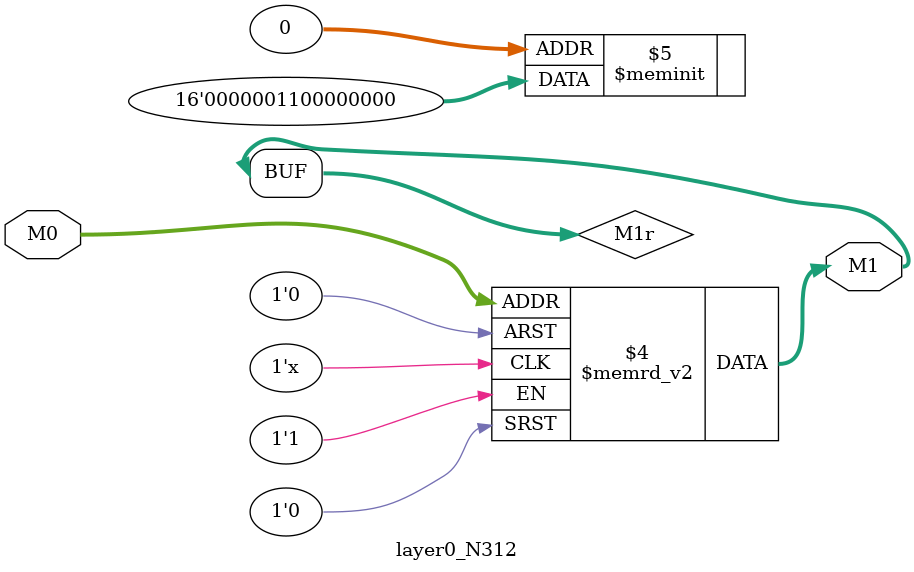
<source format=v>
module layer0_N312 ( input [2:0] M0, output [1:0] M1 );

	(*rom_style = "distributed" *) reg [1:0] M1r;
	assign M1 = M1r;
	always @ (M0) begin
		case (M0)
			3'b000: M1r = 2'b00;
			3'b100: M1r = 2'b11;
			3'b010: M1r = 2'b00;
			3'b110: M1r = 2'b00;
			3'b001: M1r = 2'b00;
			3'b101: M1r = 2'b00;
			3'b011: M1r = 2'b00;
			3'b111: M1r = 2'b00;

		endcase
	end
endmodule

</source>
